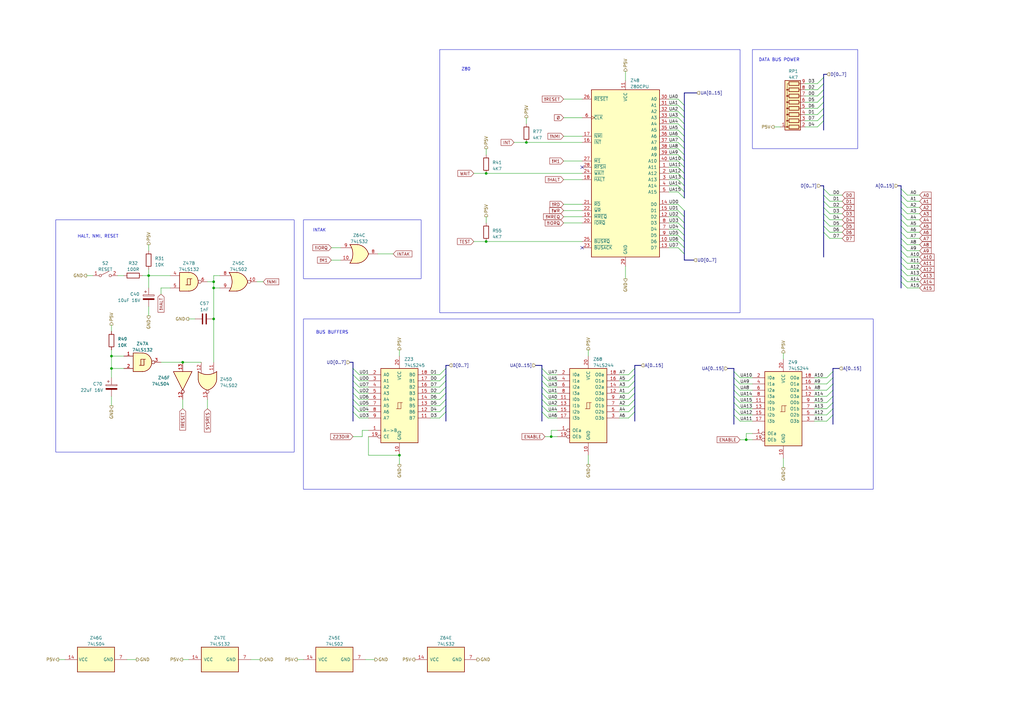
<source format=kicad_sch>
(kicad_sch (version 20221004) (generator eeschema)
  (paper "A3")
  (title_block (title "CPU and CPU Support"))
  (junction (at 226.06 179.07))
  (junction (at 45.72 151.13))
  (junction (at 87.63 130.81))
  (junction (at 199.39 99.06))
  (junction (at 199.39 71.12))
  (junction (at 87.63 115.57))
  (junction (at 306.07 180.34))
  (junction (at 215.9 58.42))
  (junction (at 45.72 146.05))
  (junction (at 74.93 148.59))
  (junction (at 60.96 113.03))
  (junction (at 87.63 118.11))
  (junction (at 163.83 186.69))
  (no_connect (at 238.76 68.58))
  (no_connect (at 238.76 101.6))
  (bus_entry (at 278.13 66.04) (size 2.54 2.54))
  (bus_entry (at 300.99 157.48) (size 2.54 2.54))
  (bus_entry (at 144.78 168.91) (size 2.54 2.54))
  (bus_entry (at 180.34 171.45) (size 2.54 -2.54))
  (bus_entry (at 180.34 161.29) (size 2.54 -2.54))
  (bus_entry (at 144.78 151.13) (size 2.54 2.54))
  (bus_entry (at 222.25 151.13) (size 2.54 2.54))
  (bus_entry (at 144.78 153.67) (size 2.54 2.54))
  (bus_entry (at 369.57 80.01) (size 2.54 2.54))
  (bus_entry (at 369.57 92.71) (size 2.54 2.54))
  (bus_entry (at 257.81 153.67) (size 2.54 -2.54))
  (bus_entry (at 278.13 43.18) (size 2.54 2.54))
  (bus_entry (at 278.13 40.64) (size 2.54 2.54))
  (bus_entry (at 300.99 160.02) (size 2.54 2.54))
  (bus_entry (at 337.82 80.01) (size 2.54 2.54))
  (bus_entry (at 278.13 99.06) (size 2.54 2.54))
  (bus_entry (at 278.13 60.96) (size 2.54 2.54))
  (bus_entry (at 257.81 158.75) (size 2.54 -2.54))
  (bus_entry (at 144.78 161.29) (size 2.54 2.54))
  (bus_entry (at 339.09 160.02) (size 2.54 -2.54))
  (bus_entry (at 300.99 152.4) (size 2.54 2.54))
  (bus_entry (at 278.13 71.12) (size 2.54 2.54))
  (bus_entry (at 222.25 158.75) (size 2.54 2.54))
  (bus_entry (at 257.81 168.91) (size 2.54 -2.54))
  (bus_entry (at 278.13 76.2) (size 2.54 2.54))
  (bus_entry (at 222.25 163.83) (size 2.54 2.54))
  (bus_entry (at 337.82 82.55) (size 2.54 2.54))
  (bus_entry (at 180.34 153.67) (size 2.54 -2.54))
  (bus_entry (at 369.57 85.09) (size 2.54 2.54))
  (bus_entry (at 369.57 105.41) (size 2.54 2.54))
  (bus_entry (at 257.81 156.21) (size 2.54 -2.54))
  (bus_entry (at 180.34 158.75) (size 2.54 -2.54))
  (bus_entry (at 369.57 115.57) (size 2.54 2.54))
  (bus_entry (at 369.57 107.95) (size 2.54 2.54))
  (bus_entry (at 335.28 36.83) (size 2.54 -2.54))
  (bus_entry (at 369.57 77.47) (size 2.54 2.54))
  (bus_entry (at 257.81 161.29) (size 2.54 -2.54))
  (bus_entry (at 339.09 157.48) (size 2.54 -2.54))
  (bus_entry (at 337.82 87.63) (size 2.54 2.54))
  (bus_entry (at 222.25 161.29) (size 2.54 2.54))
  (bus_entry (at 300.99 162.56) (size 2.54 2.54))
  (bus_entry (at 339.09 170.18) (size 2.54 -2.54))
  (bus_entry (at 339.09 165.1) (size 2.54 -2.54))
  (bus_entry (at 257.81 163.83) (size 2.54 -2.54))
  (bus_entry (at 335.28 34.29) (size 2.54 -2.54))
  (bus_entry (at 144.78 163.83) (size 2.54 2.54))
  (bus_entry (at 278.13 58.42) (size 2.54 2.54))
  (bus_entry (at 144.78 156.21) (size 2.54 2.54))
  (bus_entry (at 278.13 91.44) (size 2.54 2.54))
  (bus_entry (at 278.13 86.36) (size 2.54 2.54))
  (bus_entry (at 278.13 50.8) (size 2.54 2.54))
  (bus_entry (at 337.82 92.71) (size 2.54 2.54))
  (bus_entry (at 369.57 102.87) (size 2.54 2.54))
  (bus_entry (at 339.09 154.94) (size 2.54 -2.54))
  (bus_entry (at 339.09 167.64) (size 2.54 -2.54))
  (bus_entry (at 222.25 156.21) (size 2.54 2.54))
  (bus_entry (at 278.13 63.5) (size 2.54 2.54))
  (bus_entry (at 278.13 101.6) (size 2.54 2.54))
  (bus_entry (at 278.13 93.98) (size 2.54 2.54))
  (bus_entry (at 337.82 85.09) (size 2.54 2.54))
  (bus_entry (at 369.57 100.33) (size 2.54 2.54))
  (bus_entry (at 278.13 48.26) (size 2.54 2.54))
  (bus_entry (at 337.82 90.17) (size 2.54 2.54))
  (bus_entry (at 180.34 166.37) (size 2.54 -2.54))
  (bus_entry (at 369.57 82.55) (size 2.54 2.54))
  (bus_entry (at 369.57 87.63) (size 2.54 2.54))
  (bus_entry (at 300.99 167.64) (size 2.54 2.54))
  (bus_entry (at 369.57 110.49) (size 2.54 2.54))
  (bus_entry (at 335.28 49.53) (size 2.54 -2.54))
  (bus_entry (at 369.57 95.25) (size 2.54 2.54))
  (bus_entry (at 278.13 83.82) (size 2.54 2.54))
  (bus_entry (at 339.09 172.72) (size 2.54 -2.54))
  (bus_entry (at 369.57 90.17) (size 2.54 2.54))
  (bus_entry (at 337.82 77.47) (size 2.54 2.54))
  (bus_entry (at 257.81 171.45) (size 2.54 -2.54))
  (bus_entry (at 278.13 55.88) (size 2.54 2.54))
  (bus_entry (at 278.13 68.58) (size 2.54 2.54))
  (bus_entry (at 369.57 113.03) (size 2.54 2.54))
  (bus_entry (at 257.81 166.37) (size 2.54 -2.54))
  (bus_entry (at 222.25 153.67) (size 2.54 2.54))
  (bus_entry (at 278.13 78.74) (size 2.54 2.54))
  (bus_entry (at 144.78 166.37) (size 2.54 2.54))
  (bus_entry (at 335.28 44.45) (size 2.54 -2.54))
  (bus_entry (at 222.25 168.91) (size 2.54 2.54))
  (bus_entry (at 335.28 46.99) (size 2.54 -2.54))
  (bus_entry (at 180.34 163.83) (size 2.54 -2.54))
  (bus_entry (at 278.13 73.66) (size 2.54 2.54))
  (bus_entry (at 300.99 154.94) (size 2.54 2.54))
  (bus_entry (at 335.28 39.37) (size 2.54 -2.54))
  (bus_entry (at 278.13 96.52) (size 2.54 2.54))
  (bus_entry (at 335.28 41.91) (size 2.54 -2.54))
  (bus_entry (at 278.13 53.34) (size 2.54 2.54))
  (bus_entry (at 300.99 170.18) (size 2.54 2.54))
  (bus_entry (at 337.82 95.25) (size 2.54 2.54))
  (bus_entry (at 180.34 156.21) (size 2.54 -2.54))
  (bus_entry (at 180.34 168.91) (size 2.54 -2.54))
  (bus_entry (at 222.25 166.37) (size 2.54 2.54))
  (bus_entry (at 278.13 45.72) (size 2.54 2.54))
  (bus_entry (at 300.99 165.1) (size 2.54 2.54))
  (bus_entry (at 339.09 162.56) (size 2.54 -2.54))
  (bus_entry (at 278.13 88.9) (size 2.54 2.54))
  (bus_entry (at 369.57 97.79) (size 2.54 2.54))
  (bus_entry (at 144.78 158.75) (size 2.54 2.54))
  (bus_entry (at 335.28 52.07) (size 2.54 -2.54))
  (wire (pts (xy 372.11 97.79) (xy 377.19 97.79)))
  (wire (pts (xy 330.2 34.29) (xy 335.28 34.29)))
  (bus (pts (xy 280.67 53.34) (xy 280.67 55.88)))
  (bus (pts (xy 144.78 161.29) (xy 144.78 163.83)))
  (wire (pts (xy 66.04 148.59) (xy 74.93 148.59)))
  (bus (pts (xy 222.25 161.29) (xy 222.25 163.83)))
  (wire (pts (xy 48.26 113.03) (xy 50.8 113.03)))
  (wire (pts (xy 254 161.29) (xy 257.81 161.29)))
  (wire (pts (xy 147.32 163.83) (xy 151.13 163.83)))
  (bus (pts (xy 222.25 149.86) (xy 222.25 151.13)))
  (wire (pts (xy 199.39 99.06) (xy 238.76 99.06)))
  (bus (pts (xy 337.82 41.91) (xy 337.82 44.45)))
  (bus (pts (xy 336.55 76.2) (xy 337.82 76.2)))
  (wire (pts (xy 87.63 113.03) (xy 87.63 115.57)))
  (wire (pts (xy 372.11 92.71) (xy 377.19 92.71)))
  (wire (pts (xy 224.79 171.45) (xy 228.6 171.45)))
  (wire (pts (xy 87.63 130.81) (xy 87.63 148.59)))
  (wire (pts (xy 176.53 156.21) (xy 180.34 156.21)))
  (bus (pts (xy 143.51 148.59) (xy 144.78 148.59)))
  (wire (pts (xy 303.53 165.1) (xy 308.61 165.1)))
  (wire (pts (xy 330.2 36.83) (xy 335.28 36.83)))
  (bus (pts (xy 337.82 92.71) (xy 337.82 95.25)))
  (wire (pts (xy 231.14 73.66) (xy 238.76 73.66)))
  (wire (pts (xy 303.53 172.72) (xy 308.61 172.72)))
  (bus (pts (xy 280.67 91.44) (xy 280.67 93.98)))
  (bus (pts (xy 219.71 149.86) (xy 222.25 149.86)))
  (bus (pts (xy 144.78 148.59) (xy 144.78 151.13)))
  (bus (pts (xy 280.67 68.58) (xy 280.67 71.12)))
  (wire (pts (xy 274.32 43.18) (xy 278.13 43.18)))
  (wire (pts (xy 163.83 186.69) (xy 163.83 190.5)))
  (bus (pts (xy 280.67 78.74) (xy 280.67 81.28)))
  (wire (pts (xy 147.32 171.45) (xy 151.13 171.45)))
  (bus (pts (xy 337.82 46.99) (xy 337.82 49.53)))
  (wire (pts (xy 85.09 163.83) (xy 85.09 167.64)))
  (bus (pts (xy 222.25 158.75) (xy 222.25 161.29)))
  (bus (pts (xy 300.99 165.1) (xy 300.99 167.64)))
  (wire (pts (xy 176.53 161.29) (xy 180.34 161.29)))
  (wire (pts (xy 147.32 161.29) (xy 151.13 161.29)))
  (wire (pts (xy 274.32 93.98) (xy 278.13 93.98)))
  (wire (pts (xy 274.32 86.36) (xy 278.13 86.36)))
  (bus (pts (xy 144.78 163.83) (xy 144.78 166.37)))
  (wire (pts (xy 372.11 95.25) (xy 377.19 95.25)))
  (bus (pts (xy 300.99 160.02) (xy 300.99 162.56)))
  (wire (pts (xy 135.89 101.6) (xy 139.7 101.6)))
  (bus (pts (xy 222.25 166.37) (xy 222.25 168.91)))
  (bus (pts (xy 369.57 110.49) (xy 369.57 113.03)))
  (wire (pts (xy 176.53 158.75) (xy 180.34 158.75)))
  (wire (pts (xy 256.54 109.22) (xy 256.54 114.3)))
  (bus (pts (xy 337.82 30.48) (xy 337.82 31.75)))
  (wire (pts (xy 60.96 110.49) (xy 60.96 113.03)))
  (wire (pts (xy 35.56 113.03) (xy 38.1 113.03)))
  (wire (pts (xy 60.96 125.73) (xy 60.96 129.54)))
  (wire (pts (xy 372.11 100.33) (xy 377.19 100.33)))
  (bus (pts (xy 337.82 31.75) (xy 337.82 34.29)))
  (bus (pts (xy 344.17 151.13) (xy 341.63 151.13)))
  (bus (pts (xy 284.48 106.68) (xy 280.67 106.68)))
  (bus (pts (xy 144.78 168.91) (xy 144.78 172.72)))
  (wire (pts (xy 274.32 58.42) (xy 278.13 58.42)))
  (bus (pts (xy 280.67 63.5) (xy 280.67 66.04)))
  (wire (pts (xy 45.72 162.56) (xy 45.72 166.37)))
  (wire (pts (xy 274.32 78.74) (xy 278.13 78.74)))
  (bus (pts (xy 260.35 158.75) (xy 260.35 161.29)))
  (bus (pts (xy 280.67 66.04) (xy 280.67 68.58)))
  (wire (pts (xy 210.82 58.42) (xy 215.9 58.42)))
  (bus (pts (xy 280.67 58.42) (xy 280.67 60.96)))
  (wire (pts (xy 256.54 29.21) (xy 256.54 33.02)))
  (wire (pts (xy 224.79 168.91) (xy 228.6 168.91)))
  (wire (pts (xy 102.87 270.51) (xy 106.68 270.51)))
  (wire (pts (xy 215.9 58.42) (xy 238.76 58.42)))
  (wire (pts (xy 321.31 187.96) (xy 321.31 191.77)))
  (bus (pts (xy 341.63 154.94) (xy 341.63 157.48)))
  (wire (pts (xy 330.2 52.07) (xy 335.28 52.07)))
  (wire (pts (xy 340.36 80.01) (xy 345.44 80.01)))
  (wire (pts (xy 372.11 105.41) (xy 377.19 105.41)))
  (wire (pts (xy 274.32 55.88) (xy 278.13 55.88)))
  (bus (pts (xy 337.82 34.29) (xy 337.82 36.83)))
  (wire (pts (xy 147.32 158.75) (xy 151.13 158.75)))
  (wire (pts (xy 147.32 156.21) (xy 151.13 156.21)))
  (bus (pts (xy 182.88 168.91) (xy 182.88 172.72)))
  (wire (pts (xy 274.32 53.34) (xy 278.13 53.34)))
  (wire (pts (xy 224.79 156.21) (xy 228.6 156.21)))
  (bus (pts (xy 341.63 152.4) (xy 341.63 154.94)))
  (wire (pts (xy 77.47 130.81) (xy 80.01 130.81)))
  (bus (pts (xy 300.99 170.18) (xy 300.99 173.99)))
  (wire (pts (xy 176.53 168.91) (xy 180.34 168.91)))
  (bus (pts (xy 337.82 90.17) (xy 337.82 92.71)))
  (bus (pts (xy 337.82 36.83) (xy 337.82 39.37)))
  (wire (pts (xy 372.11 85.09) (xy 377.19 85.09)))
  (bus (pts (xy 182.88 149.86) (xy 182.88 151.13)))
  (bus (pts (xy 280.67 86.36) (xy 280.67 88.9)))
  (wire (pts (xy 151.13 176.53) (xy 148.59 176.53)))
  (bus (pts (xy 300.99 154.94) (xy 300.99 157.48)))
  (bus (pts (xy 262.89 149.86) (xy 260.35 149.86)))
  (wire (pts (xy 231.14 88.9) (xy 238.76 88.9)))
  (wire (pts (xy 274.32 60.96) (xy 278.13 60.96)))
  (wire (pts (xy 231.14 91.44) (xy 238.76 91.44)))
  (bus (pts (xy 337.82 49.53) (xy 337.82 53.34)))
  (bus (pts (xy 369.57 80.01) (xy 369.57 82.55)))
  (bus (pts (xy 337.82 87.63) (xy 337.82 90.17)))
  (wire (pts (xy 274.32 63.5) (xy 278.13 63.5)))
  (wire (pts (xy 334.01 170.18) (xy 339.09 170.18)))
  (bus (pts (xy 280.67 96.52) (xy 280.67 99.06)))
  (bus (pts (xy 182.88 156.21) (xy 182.88 158.75)))
  (wire (pts (xy 334.01 172.72) (xy 339.09 172.72)))
  (wire (pts (xy 194.31 71.12) (xy 199.39 71.12)))
  (wire (pts (xy 372.11 102.87) (xy 377.19 102.87)))
  (wire (pts (xy 176.53 163.83) (xy 180.34 163.83)))
  (bus (pts (xy 300.99 152.4) (xy 300.99 154.94)))
  (bus (pts (xy 341.63 162.56) (xy 341.63 165.1)))
  (wire (pts (xy 303.53 170.18) (xy 308.61 170.18)))
  (bus (pts (xy 337.82 85.09) (xy 337.82 87.63)))
  (wire (pts (xy 105.41 115.57) (xy 107.95 115.57)))
  (wire (pts (xy 226.06 179.07) (xy 228.6 179.07)))
  (wire (pts (xy 224.79 158.75) (xy 228.6 158.75)))
  (bus (pts (xy 300.99 162.56) (xy 300.99 165.1)))
  (wire (pts (xy 274.32 88.9) (xy 278.13 88.9)))
  (wire (pts (xy 87.63 118.11) (xy 90.17 118.11)))
  (bus (pts (xy 369.57 85.09) (xy 369.57 87.63)))
  (wire (pts (xy 317.5 52.07) (xy 320.04 52.07)))
  (wire (pts (xy 340.36 82.55) (xy 345.44 82.55)))
  (bus (pts (xy 369.57 95.25) (xy 369.57 97.79)))
  (wire (pts (xy 241.3 186.69) (xy 241.3 190.5)))
  (wire (pts (xy 60.96 100.33) (xy 60.96 102.87)))
  (bus (pts (xy 369.57 97.79) (xy 369.57 100.33)))
  (bus (pts (xy 260.35 166.37) (xy 260.35 168.91)))
  (wire (pts (xy 274.32 40.64) (xy 278.13 40.64)))
  (bus (pts (xy 260.35 161.29) (xy 260.35 163.83)))
  (wire (pts (xy 274.32 48.26) (xy 278.13 48.26)))
  (wire (pts (xy 231.14 66.04) (xy 238.76 66.04)))
  (bus (pts (xy 341.63 151.13) (xy 341.63 152.4)))
  (wire (pts (xy 372.11 80.01) (xy 377.19 80.01)))
  (wire (pts (xy 254 171.45) (xy 257.81 171.45)))
  (wire (pts (xy 87.63 115.57) (xy 85.09 115.57)))
  (bus (pts (xy 369.57 105.41) (xy 369.57 107.95)))
  (bus (pts (xy 369.57 90.17) (xy 369.57 92.71)))
  (bus (pts (xy 280.67 99.06) (xy 280.67 101.6)))
  (wire (pts (xy 274.32 50.8) (xy 278.13 50.8)))
  (bus (pts (xy 260.35 168.91) (xy 260.35 172.72)))
  (wire (pts (xy 45.72 146.05) (xy 45.72 151.13)))
  (wire (pts (xy 340.36 90.17) (xy 345.44 90.17)))
  (bus (pts (xy 280.67 104.14) (xy 280.67 106.68)))
  (wire (pts (xy 334.01 162.56) (xy 339.09 162.56)))
  (bus (pts (xy 260.35 153.67) (xy 260.35 156.21)))
  (wire (pts (xy 66.04 118.11) (xy 69.85 118.11)))
  (bus (pts (xy 222.25 163.83) (xy 222.25 166.37)))
  (bus (pts (xy 222.25 151.13) (xy 222.25 153.67)))
  (wire (pts (xy 154.94 104.14) (xy 161.29 104.14)))
  (bus (pts (xy 184.15 149.86) (xy 182.88 149.86)))
  (bus (pts (xy 144.78 156.21) (xy 144.78 158.75)))
  (bus (pts (xy 337.82 80.01) (xy 337.82 82.55)))
  (bus (pts (xy 280.67 76.2) (xy 280.67 78.74)))
  (wire (pts (xy 274.32 76.2) (xy 278.13 76.2)))
  (wire (pts (xy 45.72 151.13) (xy 50.8 151.13)))
  (wire (pts (xy 372.11 110.49) (xy 377.19 110.49)))
  (wire (pts (xy 274.32 101.6) (xy 278.13 101.6)))
  (wire (pts (xy 274.32 73.66) (xy 278.13 73.66)))
  (wire (pts (xy 147.32 166.37) (xy 151.13 166.37)))
  (wire (pts (xy 303.53 154.94) (xy 308.61 154.94)))
  (bus (pts (xy 280.67 55.88) (xy 280.67 58.42)))
  (wire (pts (xy 254 163.83) (xy 257.81 163.83)))
  (bus (pts (xy 280.67 38.1) (xy 280.67 43.18)))
  (bus (pts (xy 337.82 77.47) (xy 337.82 80.01)))
  (wire (pts (xy 330.2 41.91) (xy 335.28 41.91)))
  (wire (pts (xy 334.01 167.64) (xy 339.09 167.64)))
  (wire (pts (xy 224.79 163.83) (xy 228.6 163.83)))
  (bus (pts (xy 144.78 153.67) (xy 144.78 156.21)))
  (bus (pts (xy 144.78 151.13) (xy 144.78 153.67)))
  (wire (pts (xy 308.61 177.8) (xy 306.07 177.8)))
  (wire (pts (xy 254 168.91) (xy 257.81 168.91)))
  (wire (pts (xy 334.01 165.1) (xy 339.09 165.1)))
  (wire (pts (xy 306.07 177.8) (xy 306.07 180.34)))
  (bus (pts (xy 298.45 151.13) (xy 300.99 151.13)))
  (wire (pts (xy 330.2 44.45) (xy 335.28 44.45)))
  (bus (pts (xy 300.99 151.13) (xy 300.99 152.4)))
  (wire (pts (xy 148.59 176.53) (xy 148.59 179.07)))
  (wire (pts (xy 66.04 120.65) (xy 66.04 118.11)))
  (bus (pts (xy 280.67 73.66) (xy 280.67 76.2)))
  (wire (pts (xy 274.32 68.58) (xy 278.13 68.58)))
  (bus (pts (xy 280.67 43.18) (xy 280.67 45.72)))
  (bus (pts (xy 222.25 156.21) (xy 222.25 158.75)))
  (wire (pts (xy 372.11 113.03) (xy 377.19 113.03)))
  (wire (pts (xy 199.39 88.9) (xy 199.39 91.44)))
  (bus (pts (xy 280.67 71.12) (xy 280.67 73.66)))
  (wire (pts (xy 303.53 167.64) (xy 308.61 167.64)))
  (wire (pts (xy 52.07 270.51) (xy 55.88 270.51)))
  (bus (pts (xy 341.63 160.02) (xy 341.63 162.56)))
  (bus (pts (xy 337.82 39.37) (xy 337.82 41.91)))
  (wire (pts (xy 303.53 160.02) (xy 308.61 160.02)))
  (wire (pts (xy 87.63 118.11) (xy 87.63 130.81)))
  (bus (pts (xy 144.78 158.75) (xy 144.78 161.29)))
  (wire (pts (xy 274.32 83.82) (xy 278.13 83.82)))
  (wire (pts (xy 231.14 55.88) (xy 238.76 55.88)))
  (wire (pts (xy 147.32 153.67) (xy 151.13 153.67)))
  (wire (pts (xy 45.72 133.35) (xy 45.72 135.89)))
  (wire (pts (xy 274.32 45.72) (xy 278.13 45.72)))
  (wire (pts (xy 330.2 39.37) (xy 335.28 39.37)))
  (wire (pts (xy 60.96 113.03) (xy 60.96 118.11)))
  (wire (pts (xy 340.36 92.71) (xy 345.44 92.71)))
  (bus (pts (xy 369.57 100.33) (xy 369.57 102.87)))
  (bus (pts (xy 182.88 151.13) (xy 182.88 153.67)))
  (wire (pts (xy 199.39 60.96) (xy 199.39 63.5)))
  (wire (pts (xy 274.32 91.44) (xy 278.13 91.44)))
  (wire (pts (xy 372.11 82.55) (xy 377.19 82.55)))
  (bus (pts (xy 280.67 101.6) (xy 280.67 104.14)))
  (wire (pts (xy 372.11 90.17) (xy 377.19 90.17)))
  (wire (pts (xy 340.36 95.25) (xy 345.44 95.25)))
  (bus (pts (xy 341.63 165.1) (xy 341.63 167.64)))
  (wire (pts (xy 144.78 179.07) (xy 148.59 179.07)))
  (wire (pts (xy 306.07 180.34) (xy 308.61 180.34)))
  (wire (pts (xy 231.14 48.26) (xy 238.76 48.26)))
  (bus (pts (xy 280.67 48.26) (xy 280.67 50.8)))
  (wire (pts (xy 74.93 270.51) (xy 77.47 270.51)))
  (wire (pts (xy 231.14 40.64) (xy 238.76 40.64)))
  (wire (pts (xy 215.9 48.26) (xy 215.9 50.8)))
  (wire (pts (xy 274.32 96.52) (xy 278.13 96.52)))
  (bus (pts (xy 182.88 158.75) (xy 182.88 161.29)))
  (wire (pts (xy 45.72 151.13) (xy 45.72 154.94)))
  (bus (pts (xy 337.82 95.25) (xy 337.82 105.41)))
  (wire (pts (xy 224.79 161.29) (xy 228.6 161.29)))
  (bus (pts (xy 369.57 115.57) (xy 369.57 118.11)))
  (bus (pts (xy 260.35 149.86) (xy 260.35 151.13)))
  (bus (pts (xy 341.63 157.48) (xy 341.63 160.02)))
  (bus (pts (xy 182.88 163.83) (xy 182.88 166.37)))
  (wire (pts (xy 74.93 148.59) (xy 82.55 148.59)))
  (wire (pts (xy 340.36 87.63) (xy 345.44 87.63)))
  (wire (pts (xy 372.11 115.57) (xy 377.19 115.57)))
  (wire (pts (xy 334.01 160.02) (xy 339.09 160.02)))
  (bus (pts (xy 369.57 107.95) (xy 369.57 110.49)))
  (wire (pts (xy 90.17 113.03) (xy 87.63 113.03)))
  (bus (pts (xy 368.3 76.2) (xy 369.57 76.2)))
  (wire (pts (xy 231.14 86.36) (xy 238.76 86.36)))
  (bus (pts (xy 260.35 156.21) (xy 260.35 158.75)))
  (bus (pts (xy 339.09 30.48) (xy 337.82 30.48)))
  (bus (pts (xy 337.82 44.45) (xy 337.82 46.99)))
  (wire (pts (xy 87.63 115.57) (xy 87.63 118.11)))
  (bus (pts (xy 369.57 87.63) (xy 369.57 90.17)))
  (wire (pts (xy 330.2 49.53) (xy 335.28 49.53)))
  (wire (pts (xy 135.89 106.68) (xy 139.7 106.68)))
  (bus (pts (xy 337.82 82.55) (xy 337.82 85.09)))
  (bus (pts (xy 280.67 50.8) (xy 280.67 53.34)))
  (wire (pts (xy 241.3 143.51) (xy 241.3 146.05)))
  (bus (pts (xy 222.25 168.91) (xy 222.25 172.72)))
  (wire (pts (xy 149.86 270.51) (xy 153.67 270.51)))
  (bus (pts (xy 260.35 163.83) (xy 260.35 166.37)))
  (wire (pts (xy 226.06 176.53) (xy 226.06 179.07)))
  (wire (pts (xy 330.2 46.99) (xy 335.28 46.99)))
  (wire (pts (xy 334.01 154.94) (xy 339.09 154.94)))
  (wire (pts (xy 254 153.67) (xy 257.81 153.67)))
  (wire (pts (xy 372.11 87.63) (xy 377.19 87.63)))
  (wire (pts (xy 194.31 99.06) (xy 199.39 99.06)))
  (wire (pts (xy 199.39 71.12) (xy 238.76 71.12)))
  (wire (pts (xy 274.32 66.04) (xy 278.13 66.04)))
  (wire (pts (xy 254 156.21) (xy 257.81 156.21)))
  (wire (pts (xy 45.72 143.51) (xy 45.72 146.05)))
  (wire (pts (xy 372.11 118.11) (xy 377.19 118.11)))
  (wire (pts (xy 151.13 179.07) (xy 151.13 186.69)))
  (wire (pts (xy 60.96 113.03) (xy 69.85 113.03)))
  (wire (pts (xy 163.83 143.51) (xy 163.83 146.05)))
  (wire (pts (xy 151.13 186.69) (xy 163.83 186.69)))
  (bus (pts (xy 182.88 153.67) (xy 182.88 156.21)))
  (wire (pts (xy 321.31 144.78) (xy 321.31 147.32)))
  (bus (pts (xy 285.75 38.1) (xy 280.67 38.1)))
  (bus (pts (xy 144.78 166.37) (xy 144.78 168.91)))
  (bus (pts (xy 337.82 76.2) (xy 337.82 77.47)))
  (bus (pts (xy 182.88 161.29) (xy 182.88 163.83)))
  (wire (pts (xy 254 166.37) (xy 257.81 166.37)))
  (wire (pts (xy 24.13 270.51) (xy 26.67 270.51)))
  (bus (pts (xy 280.67 60.96) (xy 280.67 63.5)))
  (wire (pts (xy 334.01 157.48) (xy 339.09 157.48)))
  (bus (pts (xy 369.57 102.87) (xy 369.57 105.41)))
  (wire (pts (xy 176.53 153.67) (xy 180.34 153.67)))
  (wire (pts (xy 223.52 179.07) (xy 226.06 179.07)))
  (bus (pts (xy 280.67 45.72) (xy 280.67 48.26)))
  (bus (pts (xy 280.67 88.9) (xy 280.67 91.44)))
  (wire (pts (xy 231.14 83.82) (xy 238.76 83.82)))
  (wire (pts (xy 121.92 270.51) (xy 124.46 270.51)))
  (wire (pts (xy 303.53 180.34) (xy 306.07 180.34)))
  (bus (pts (xy 369.57 82.55) (xy 369.57 85.09)))
  (wire (pts (xy 372.11 107.95) (xy 377.19 107.95)))
  (wire (pts (xy 224.79 153.67) (xy 228.6 153.67)))
  (wire (pts (xy 303.53 157.48) (xy 308.61 157.48)))
  (bus (pts (xy 369.57 77.47) (xy 369.57 80.01)))
  (wire (pts (xy 254 158.75) (xy 257.81 158.75)))
  (wire (pts (xy 274.32 99.06) (xy 278.13 99.06)))
  (wire (pts (xy 340.36 97.79) (xy 345.44 97.79)))
  (wire (pts (xy 340.36 85.09) (xy 345.44 85.09)))
  (wire (pts (xy 303.53 162.56) (xy 308.61 162.56)))
  (bus (pts (xy 369.57 92.71) (xy 369.57 95.25)))
  (bus (pts (xy 369.57 113.03) (xy 369.57 115.57)))
  (bus (pts (xy 300.99 157.48) (xy 300.99 160.02)))
  (bus (pts (xy 280.67 93.98) (xy 280.67 96.52)))
  (bus (pts (xy 182.88 166.37) (xy 182.88 168.91)))
  (bus (pts (xy 300.99 167.64) (xy 300.99 170.18)))
  (bus (pts (xy 260.35 151.13) (xy 260.35 153.67)))
  (bus (pts (xy 222.25 153.67) (xy 222.25 156.21)))
  (wire (pts (xy 176.53 171.45) (xy 180.34 171.45)))
  (wire (pts (xy 45.72 146.05) (xy 50.8 146.05)))
  (wire (pts (xy 58.42 113.03) (xy 60.96 113.03)))
  (wire (pts (xy 74.93 163.83) (xy 74.93 167.64)))
  (bus (pts (xy 369.57 76.2) (xy 369.57 77.47)))
  (wire (pts (xy 274.32 71.12) (xy 278.13 71.12)))
  (wire (pts (xy 147.32 168.91) (xy 151.13 168.91)))
  (wire (pts (xy 228.6 176.53) (xy 226.06 176.53)))
  (wire (pts (xy 224.79 166.37) (xy 228.6 166.37)))
  (bus (pts (xy 341.63 170.18) (xy 341.63 173.99)))
  (wire (pts (xy 176.53 166.37) (xy 180.34 166.37)))
  (bus (pts (xy 341.63 167.64) (xy 341.63 170.18)))
  (rectangle (start 22.86 90.17) (end 120.65 185.42))
  (rectangle (start 124.46 90.17) (end 172.72 114.3))
  (rectangle (start 124.46 130.81) (end 358.14 200.66))
  (rectangle (start 180.34 20.32) (end 303.53 128.27))
  (rectangle (start 308.61 20.32) (end 351.79 60.96))
  (text "INTAK" (at 128.27 95.25 0) (effects (font (size 1.27 1.27)) (justify left bottom)))
  (text "DATA BUS POWER\n" (at 311.15 25.4 0) (effects (font (size 1.27 1.27)) (justify left bottom)))
  (text "Z80" (at 189.23 29.21 0) (effects (font (size 1.27 1.27)) (justify left bottom)))
  (text "HALT, NMI, RESET" (at 31.75 97.79 0) (effects (font (size 1.27 1.27)) (justify left bottom)))
  (text "BUS BUFFERS" (at 129.54 137.16 0) (effects (font (size 1.27 1.27)) (justify left bottom)))
  (label "A9" (at 334.01 157.48 0))
  (label "UD3" (at 274.32 91.44 0))
  (label "A7" (at 373.38 97.79 0))
  (label "D1" (at 331.47 46.99 0))
  (label "UA13" (at 303.53 167.64 0))
  (label "D7" (at 176.53 158.75 0))
  (label "UA3" (at 224.79 158.75 0))
  (label "D4" (at 331.47 52.07 0))
  (label "UD4" (at 274.32 93.98 0))
  (label "A6" (at 373.38 95.25 0))
  (label "A12" (at 334.01 170.18 0))
  (label "A13" (at 373.38 113.03 0))
  (label "UA8" (at 274.32 60.96 0))
  (label "D0" (at 176.53 156.21 0))
  (label "UD5" (at 147.32 166.37 0))
  (label "UA2" (at 224.79 166.37 0))
  (label "UA0" (at 224.79 163.83 0))
  (label "UA3" (at 274.32 48.26 0))
  (label "UA12" (at 274.32 71.12 0))
  (label "A11" (at 373.38 107.95 0))
  (label "D2" (at 331.47 36.83 0))
  (label "UD2" (at 274.32 88.9 0))
  (label "D1" (at 341.63 82.55 0))
  (label "D3" (at 176.53 171.45 0))
  (label "UD7" (at 147.32 158.75 0))
  (label "D5" (at 331.47 41.91 0))
  (label "A8" (at 334.01 160.02 0))
  (label "D6" (at 176.53 163.83 0))
  (label "UD1" (at 147.32 153.67 0))
  (label "A10" (at 334.01 154.94 0))
  (label "D3" (at 331.47 34.29 0))
  (label "UA15" (at 274.32 78.74 0))
  (label "UA11" (at 274.32 68.58 0))
  (label "UD0" (at 147.32 156.21 0))
  (label "UD5" (at 274.32 96.52 0))
  (label "UA1" (at 224.79 161.29 0))
  (label "UA9" (at 303.53 157.48 0))
  (label "A3" (at 373.38 87.63 0))
  (label "UA0" (at 274.32 40.64 0))
  (label "A4" (at 373.38 90.17 0))
  (label "D7" (at 341.63 97.79 0))
  (label "UA6" (at 274.32 55.88 0))
  (label "A14" (at 334.01 162.56 0))
  (label "UA5" (at 274.32 53.34 0))
  (label "UA10" (at 303.53 154.94 0))
  (label "UA4" (at 224.79 168.91 0))
  (label "D2" (at 176.53 161.29 0))
  (label "UD3" (at 147.32 171.45 0))
  (label "UA13" (at 274.32 73.66 0))
  (label "UA6" (at 224.79 171.45 0))
  (label "UA15" (at 303.53 165.1 0))
  (label "UD2" (at 147.32 161.29 0))
  (label "UA2" (at 274.32 45.72 0))
  (label "UA8" (at 303.53 160.02 0))
  (label "D5" (at 176.53 166.37 0))
  (label "D6" (at 341.63 95.25 0))
  (label "D5" (at 341.63 92.71 0))
  (label "UD7" (at 274.32 101.6 0))
  (label "D0" (at 331.47 39.37 0))
  (label "UA11" (at 303.53 172.72 0))
  (label "D7" (at 331.47 49.53 0))
  (label "A2" (at 373.38 85.09 0))
  (label "A9" (at 373.38 102.87 0))
  (label "A5" (at 254 156.21 0))
  (label "A14" (at 373.38 115.57 0))
  (label "A1" (at 373.38 82.55 0))
  (label "A1" (at 254 161.29 0))
  (label "UD6" (at 147.32 163.83 0))
  (label "A7" (at 254 153.67 0))
  (label "UA7" (at 224.79 153.67 0))
  (label "UA12" (at 303.53 170.18 0))
  (label "A6" (at 254 171.45 0))
  (label "UA14" (at 274.32 76.2 0))
  (label "D3" (at 341.63 87.63 0))
  (label "A12" (at 373.38 110.49 0))
  (label "UA5" (at 224.79 156.21 0))
  (label "A15" (at 373.38 118.11 0))
  (label "A11" (at 334.01 172.72 0))
  (label "D6" (at 331.47 44.45 0))
  (label "D4" (at 176.53 168.91 0))
  (label "A5" (at 373.38 92.71 0))
  (label "D2" (at 341.63 85.09 0))
  (label "UD1" (at 274.32 86.36 0))
  (label "UD4" (at 147.32 168.91 0))
  (label "A15" (at 334.01 165.1 0))
  (label "A13" (at 334.01 167.64 0))
  (label "D1" (at 176.53 153.67 0))
  (label "A0" (at 254 163.83 0))
  (label "UD6" (at 274.32 99.06 0))
  (label "UA1" (at 274.32 43.18 0))
  (label "A2" (at 254 166.37 0))
  (label "UD0" (at 274.32 83.82 0))
  (label "A0" (at 373.38 80.01 0))
  (label "A3" (at 254 158.75 0))
  (label "UA9" (at 274.32 63.5 0))
  (label "D0" (at 341.63 80.01 0))
  (label "UA14" (at 303.53 162.56 0))
  (label "UA10" (at 274.32 66.04 0))
  (label "D4" (at 341.63 90.17 0))
  (label "A8" (at 373.38 100.33 0))
  (label "UA4" (at 274.32 50.8 0))
  (label "A10" (at 373.38 105.41 0))
  (label "A4" (at 254 168.91 0))
  (label "UA7" (at 274.32 58.42 0))
  (global_label "A7" (shape input) (at 377.19 97.79 0) (property "Intersheetrefs" "${INTERSHEET_REFS}" (effects hide)))
  (global_label "INTAK" (shape input) (at 161.29 104.14 0) (property "Intersheetrefs" "${INTERSHEET_REFS}" (effects hide)))
  (global_label "TEST" (shape input) (at 194.31 99.06 180) (property "Intersheetrefs" "${INTERSHEET_REFS}" (effects hide)))
  (global_label "A15" (shape input) (at 377.19 118.11 0) (property "Intersheetrefs" "${INTERSHEET_REFS}" (effects hide)))
  (global_label "A13" (shape input) (at 377.19 113.03 0) (property "Intersheetrefs" "${INTERSHEET_REFS}" (effects hide)))
  (global_label "!M1" (shape input) (at 135.89 106.68 180) (property "Intersheetrefs" "${INTERSHEET_REFS}" (effects hide)))
  (global_label "Ø" (shape input) (at 231.14 48.26 180) (property "Intersheetrefs" "${INTERSHEET_REFS}" (effects hide)))
  (global_label "!RESET" (shape input) (at 74.93 167.64 270) (property "Intersheetrefs" "${INTERSHEET_REFS}" (effects hide)))
  (global_label "!MREQ" (shape input) (at 231.14 88.9 180) (property "Intersheetrefs" "${INTERSHEET_REFS}" (effects hide)))
  (global_label "!IORQ" (shape input) (at 231.14 91.44 180) (property "Intersheetrefs" "${INTERSHEET_REFS}" (effects hide)))
  (global_label "INT" (shape input) (at 210.82 58.42 180) (property "Intersheetrefs" "${INTERSHEET_REFS}" (effects hide)))
  (global_label "D7" (shape input) (at 345.44 97.79 0) (property "Intersheetrefs" "${INTERSHEET_REFS}" (effects hide)))
  (global_label "A3" (shape input) (at 377.19 87.63 0) (property "Intersheetrefs" "${INTERSHEET_REFS}" (effects hide)))
  (global_label "D3" (shape input) (at 345.44 87.63 0) (property "Intersheetrefs" "${INTERSHEET_REFS}" (effects hide)))
  (global_label "A6" (shape input) (at 377.19 95.25 0) (property "Intersheetrefs" "${INTERSHEET_REFS}" (effects hide)))
  (global_label "A12" (shape input) (at 377.19 110.49 0) (property "Intersheetrefs" "${INTERSHEET_REFS}" (effects hide)))
  (global_label "Z23DIR" (shape input) (at 144.78 179.07 180) (property "Intersheetrefs" "${INTERSHEET_REFS}" (effects hide)))
  (global_label "A14" (shape input) (at 377.19 115.57 0) (property "Intersheetrefs" "${INTERSHEET_REFS}" (effects hide)))
  (global_label "A11" (shape input) (at 377.19 107.95 0) (property "Intersheetrefs" "${INTERSHEET_REFS}" (effects hide)))
  (global_label "A0" (shape input) (at 377.19 80.01 0) (property "Intersheetrefs" "${INTERSHEET_REFS}" (effects hide)))
  (global_label "!RD" (shape input) (at 231.14 83.82 180) (property "Intersheetrefs" "${INTERSHEET_REFS}" (effects hide)))
  (global_label "A1" (shape input) (at 377.19 82.55 0) (property "Intersheetrefs" "${INTERSHEET_REFS}" (effects hide)))
  (global_label "D2" (shape input) (at 345.44 85.09 0) (property "Intersheetrefs" "${INTERSHEET_REFS}" (effects hide)))
  (global_label "A8" (shape input) (at 377.19 100.33 0) (property "Intersheetrefs" "${INTERSHEET_REFS}" (effects hide)))
  (global_label "ENABLE" (shape input) (at 223.52 179.07 180) (property "Intersheetrefs" "${INTERSHEET_REFS}" (effects hide)))
  (global_label "!IORQ" (shape input) (at 135.89 101.6 180) (property "Intersheetrefs" "${INTERSHEET_REFS}" (effects hide)))
  (global_label "D1" (shape input) (at 345.44 82.55 0) (property "Intersheetrefs" "${INTERSHEET_REFS}" (effects hide)))
  (global_label "A10" (shape input) (at 377.19 105.41 0) (property "Intersheetrefs" "${INTERSHEET_REFS}" (effects hide)))
  (global_label "A2" (shape input) (at 377.19 85.09 0) (property "Intersheetrefs" "${INTERSHEET_REFS}" (effects hide)))
  (global_label "A4" (shape input) (at 377.19 90.17 0) (property "Intersheetrefs" "${INTERSHEET_REFS}" (effects hide)))
  (global_label "D6" (shape input) (at 345.44 95.25 0) (property "Intersheetrefs" "${INTERSHEET_REFS}" (effects hide)))
  (global_label "!HALT" (shape input) (at 231.14 73.66 180) (property "Intersheetrefs" "${INTERSHEET_REFS}" (effects hide)))
  (global_label "!WR" (shape input) (at 231.14 86.36 180) (property "Intersheetrefs" "${INTERSHEET_REFS}" (effects hide)))
  (global_label "D4" (shape input) (at 345.44 90.17 0) (property "Intersheetrefs" "${INTERSHEET_REFS}" (effects hide)))
  (global_label "D5" (shape input) (at 345.44 92.71 0) (property "Intersheetrefs" "${INTERSHEET_REFS}" (effects hide)))
  (global_label "A9" (shape input) (at 377.19 102.87 0) (property "Intersheetrefs" "${INTERSHEET_REFS}" (effects hide)))
  (global_label "!NMI" (shape input) (at 107.95 115.57 0) (property "Intersheetrefs" "${INTERSHEET_REFS}" (effects hide)))
  (global_label "A5" (shape input) (at 377.19 92.71 0) (property "Intersheetrefs" "${INTERSHEET_REFS}" (effects hide)))
  (global_label "D0" (shape input) (at 345.44 80.01 0) (property "Intersheetrefs" "${INTERSHEET_REFS}" (effects hide)))
  (global_label "SYSRES" (shape input) (at 85.09 167.64 270) (property "Intersheetrefs" "${INTERSHEET_REFS}" (effects hide)))
  (global_label "!HALT" (shape input) (at 66.04 120.65 270) (property "Intersheetrefs" "${INTERSHEET_REFS}" (effects hide)))
  (global_label "!RESET" (shape input) (at 231.14 40.64 180) (property "Intersheetrefs" "${INTERSHEET_REFS}" (effects hide)))
  (global_label "!NMI" (shape input) (at 231.14 55.88 180) (property "Intersheetrefs" "${INTERSHEET_REFS}" (effects hide)))
  (global_label "ENABLE" (shape input) (at 303.53 180.34 180) (property "Intersheetrefs" "${INTERSHEET_REFS}" (effects hide)))
  (global_label "!M1" (shape input) (at 231.14 66.04 180) (property "Intersheetrefs" "${INTERSHEET_REFS}" (effects hide)))
  (global_label "WAIT" (shape input) (at 194.31 71.12 180) (property "Intersheetrefs" "${INTERSHEET_REFS}" (effects hide)))
  (hierarchical_label "D[0..7]" (shape input) (at 339.09 30.48 0))
  (hierarchical_label "P5V" (shape output) (at 321.31 144.78 90))
  (hierarchical_label "UA[0..15]" (shape input) (at 219.71 149.86 180))
  (hierarchical_label "P5V" (shape output) (at 170.18 270.51 180))
  (hierarchical_label "GND" (shape output) (at 77.47 130.81 180))
  (hierarchical_label "GND" (shape output) (at 153.67 270.51 0))
  (hierarchical_label "GND" (shape output) (at 256.54 114.3 270))
  (hierarchical_label "GND" (shape output) (at 55.88 270.51 0))
  (hierarchical_label "D[0..7]" (shape input) (at 336.55 76.2 180))
  (hierarchical_label "UD[0..7]" (shape input) (at 143.51 148.59 180))
  (hierarchical_label "GND" (shape output) (at 35.56 113.03 180))
  (hierarchical_label "A[0..15]" (shape input) (at 368.3 76.2 180))
  (hierarchical_label "GND" (shape output) (at 241.3 190.5 270))
  (hierarchical_label "UA[0..15]" (shape input) (at 285.75 38.1 0))
  (hierarchical_label "UA[0..15]" (shape input) (at 298.45 151.13 180))
  (hierarchical_label "A[0..15]" (shape input) (at 344.17 151.13 0))
  (hierarchical_label "GND" (shape output) (at 163.83 190.5 270))
  (hierarchical_label "GND" (shape output) (at 60.96 129.54 270))
  (hierarchical_label "GND" (shape output) (at 45.72 166.37 270))
  (hierarchical_label "P5V" (shape output) (at 163.83 143.51 90))
  (hierarchical_label "GND" (shape output) (at 195.58 270.51 0))
  (hierarchical_label "P5V" (shape output) (at 121.92 270.51 180))
  (hierarchical_label "GND" (shape output) (at 321.31 191.77 270))
  (hierarchical_label "UD[0..7]" (shape input) (at 284.48 106.68 0))
  (hierarchical_label "P5V" (shape output) (at 45.72 133.35 90))
  (hierarchical_label "P5V" (shape output) (at 215.9 48.26 90))
  (hierarchical_label "P5V" (shape output) (at 60.96 100.33 90))
  (hierarchical_label "P5V" (shape output) (at 74.93 270.51 180))
  (hierarchical_label "P5V" (shape output) (at 241.3 143.51 90))
  (hierarchical_label "P5V" (shape output) (at 256.54 29.21 90))
  (hierarchical_label "P5V" (shape output) (at 199.39 60.96 90))
  (hierarchical_label "P5V" (shape output) (at 24.13 270.51 180))
  (hierarchical_label "D[0..7]" (shape input) (at 184.15 149.86 0))
  (hierarchical_label "A[0..15]" (shape input) (at 262.89 149.86 0))
  (hierarchical_label "P5V" (shape output) (at 199.39 88.9 90))
  (hierarchical_label "GND" (shape output) (at 106.68 270.51 0))
  (hierarchical_label "P5V" (shape output) (at 317.5 52.07 180))
  (symbol (lib_id "74xx:74LS02") (at 137.16 270.51 90) (unit 5)
    (property "Reference" "Z45" (at 137.16 261.62 90))
    (property "Value" "74LS02" (at 137.16 264.16 90))
    (property "Footprint" "Package_DIP:DIP-14_W7.62mm" (effects hide))
    (property "Datasheet" "http://www.ti.com/lit/gpn/sn74ls02" (effects hide))
  )
  (symbol (lib_id "Device:R") (at 60.96 106.68 180) (unit 1)
    (property "Reference" "R31" (at 63.5 106.045 0) (effects (justify right)))
    (property "Value" "10K" (at 63.5 108.585 0) (effects (justify right)))
    (property "Footprint" "TRS80:Resistor 10.16mm" (effects hide))
  )
  (symbol (lib_id "Device:R_Network08") (at 325.12 41.91 90) (unit 1)
    (property "Reference" "RP1" (at 325.374 29.21 90))
    (property "Value" "4K7" (at 325.374 31.75 90))
    (property "Footprint" "Resistor_THT:R_Array_SIP9" (effects hide))
    (property "Datasheet" "http://www.vishay.com/docs/31509/csc.pdf" (effects hide))
  )
  (symbol (lib_id "Device:R") (at 54.61 113.03 90) (unit 1)
    (property "Reference" "R32" (at 54.61 107.95 90))
    (property "Value" "100R" (at 54.61 110.49 90))
    (property "Footprint" "TRS80:Resistor 10.16mm" (effects hide))
  )
  (symbol (lib_id "Device:C_Polarized") (at 45.72 158.75 0) (unit 1)
    (property "Reference" "C70" (at 38.1 157.48 0) (effects (justify left)))
    (property "Value" "22uF 16V" (at 33.02 160.02 0) (effects (justify left)))
    (property "Footprint" "Capacitor_THT:CP_Radial_D6.3mm_P2.50mm" (effects hide))
  )
  (symbol (lib_id "74xx:74LS244") (at 241.3 166.37 0) (unit 1)
    (property "Reference" "Z68" (at 243.2559 147.32 0) (effects (justify left)))
    (property "Value" "74LS244" (at 243.2559 149.86 0) (effects (justify left)))
    (property "Footprint" "Package_DIP:DIP-20_W7.62mm" (effects hide))
    (property "Datasheet" "http://www.ti.com/lit/ds/symlink/sn74ls244.pdf" (effects hide))
  )
  (symbol (lib_id "74xx:74LS02") (at 97.79 115.57 0) (unit 3)
    (property "Reference" "Z45" (at 97.79 107.95 0))
    (property "Value" "74LS02" (at 97.79 110.49 0))
    (property "Footprint" "Package_DIP:DIP-14_W7.62mm" (effects hide))
    (property "Datasheet" "http://www.ti.com/lit/gpn/sn74ls02" (effects hide))
  )
  (symbol (lib_id "Device:R") (at 45.72 139.7 180) (unit 1)
    (property "Reference" "R49" (at 48.26 139.065 0) (effects (justify right)))
    (property "Value" "10K" (at 48.26 141.605 0) (effects (justify right)))
    (property "Footprint" "TRS80:Resistor 10.16mm" (effects hide))
  )
  (symbol (lib_id "74xx:74LS32") (at 147.32 104.14 0) (unit 3)
    (property "Reference" "Z64" (at 147.32 96.52 0))
    (property "Value" "74LS32" (at 147.32 99.06 0))
    (property "Footprint" "Package_DIP:DIP-14_W7.62mm" (effects hide))
    (property "Datasheet" "http://www.ti.com/lit/gpn/sn74LS32" (effects hide))
  )
  (symbol (lib_id "74xx:74LS02") (at 85.09 156.21 270) (unit 4)
    (property "Reference" "Z45" (at 90.17 155.575 90) (effects (justify left)))
    (property "Value" "74LS02" (at 90.17 158.115 90) (effects (justify left)))
    (property "Footprint" "Package_DIP:DIP-14_W7.62mm" (effects hide))
    (property "Datasheet" "http://www.ti.com/lit/gpn/sn74ls02" (effects hide))
  )
  (symbol (lib_id "Switch:SW_SPST") (at 43.18 113.03 0) (unit 1)
    (property "Reference" "S2" (at 43.18 107.95 0))
    (property "Value" "RESET" (at 43.18 110.49 0))
    (property "Footprint" "TRS80:S2" (effects hide))
  )
  (symbol (lib_id "Device:C") (at 83.82 130.81 270) (unit 1)
    (property "Reference" "C57" (at 83.82 124.46 90))
    (property "Value" "1nF" (at 83.82 127 90))
    (property "Footprint" "TRS80:Ceramic Disc 2.5mm" (effects hide))
  )
  (symbol (lib_id "74xx:74LS132") (at 90.17 270.51 90) (unit 5)
    (property "Reference" "Z47" (at 90.17 261.62 90))
    (property "Value" "74LS132" (at 90.17 264.16 90))
    (property "Footprint" "Package_DIP:DIP-14_W7.62mm" (effects hide))
    (property "Datasheet" "http://www.ti.com/lit/gpn/sn74LS132" (effects hide))
  )
  (symbol (lib_id "Device:C_Polarized") (at 60.96 121.92 0) (unit 1)
    (property "Reference" "C40" (at 53.34 120.65 0) (effects (justify left)))
    (property "Value" "10uF 16V" (at 48.26 123.19 0) (effects (justify left)))
    (property "Footprint" "Capacitor_THT:CP_Radial_D4.0mm_P2.00mm" (effects hide))
  )
  (symbol (lib_id "74xx:74LS132") (at 77.47 115.57 0) (unit 2)
    (property "Reference" "Z47" (at 77.47 107.95 0))
    (property "Value" "74LS132" (at 77.47 110.49 0))
    (property "Footprint" "Package_DIP:DIP-14_W7.62mm" (effects hide))
    (property "Datasheet" "http://www.ti.com/lit/gpn/sn74LS132" (effects hide))
  )
  (symbol (lib_id "CPU:Z80CPU") (at 256.54 71.12 0) (unit 1)
    (property "Reference" "Z48" (at 258.4959 33.02 0) (effects (justify left)))
    (property "Value" "Z80CPU" (at 258.4959 35.56 0) (effects (justify left)))
    (property "Footprint" "Package_DIP:DIP-40_W15.24mm" (effects hide))
    (property "Datasheet" "www.zilog.com/manage_directlink.php?filepath=docs/z80/um0080" (effects hide))
  )
  (symbol (lib_id "74xx:74LS244") (at 321.31 167.64 0) (unit 1)
    (property "Reference" "Z49" (at 323.2659 148.59 0) (effects (justify left)))
    (property "Value" "74LS244" (at 323.2659 151.13 0) (effects (justify left)))
    (property "Footprint" "Package_DIP:DIP-20_W7.62mm" (effects hide))
    (property "Datasheet" "http://www.ti.com/lit/ds/symlink/sn74ls244.pdf" (effects hide))
  )
  (symbol (lib_id "Device:R") (at 199.39 67.31 0) (unit 1)
    (property "Reference" "R41" (at 201.93 66.675 0) (effects (justify left)))
    (property "Value" "4K7" (at 201.93 69.215 0) (effects (justify left)))
    (property "Footprint" "TRS80:Resistor 10.16mm" (effects hide))
  )
  (symbol (lib_id "Device:R") (at 215.9 54.61 0) (unit 1)
    (property "Reference" "R77" (at 218.44 53.975 0) (effects (justify left)))
    (property "Value" "4K7" (at 218.44 56.515 0) (effects (justify left)))
    (property "Footprint" "TRS80:Resistor 10.16mm" (effects hide))
  )
  (symbol (lib_id "74xx:74LS132") (at 58.42 148.59 0) (unit 1)
    (property "Reference" "Z47" (at 58.42 140.97 0))
    (property "Value" "74LS132" (at 58.42 143.51 0))
    (property "Footprint" "Package_DIP:DIP-14_W7.62mm" (effects hide))
    (property "Datasheet" "http://www.ti.com/lit/gpn/sn74LS132" (effects hide))
  )
  (symbol (lib_id "74xx:74LS04") (at 74.93 156.21 270) (unit 6)
    (property "Reference" "Z46" (at 64.77 154.94 90) (effects (justify left)))
    (property "Value" "74LS04" (at 62.23 157.48 90) (effects (justify left)))
    (property "Footprint" "Package_DIP:DIP-14_W7.62mm" (effects hide))
    (property "Datasheet" "http://www.ti.com/lit/gpn/sn74LS04" (effects hide))
  )
  (symbol (lib_id "74xx:74LS245") (at 163.83 166.37 0) (unit 1)
    (property "Reference" "Z23" (at 165.7859 147.32 0) (effects (justify left)))
    (property "Value" "74LS245" (at 165.7859 149.86 0) (effects (justify left)))
    (property "Footprint" "Package_DIP:DIP-20_W7.62mm" (effects hide))
    (property "Datasheet" "http://www.ti.com/lit/gpn/sn74LS245" (effects hide))
  )
  (symbol (lib_id "Device:R") (at 199.39 95.25 0) (unit 1)
    (property "Reference" "R55" (at 201.93 94.615 0) (effects (justify left)))
    (property "Value" "4K7" (at 201.93 97.155 0) (effects (justify left)))
    (property "Footprint" "TRS80:Resistor 10.16mm" (effects hide))
  )
  (symbol (lib_id "74xx:74LS32") (at 182.88 270.51 90) (unit 5)
    (property "Reference" "Z64" (at 182.88 261.62 90))
    (property "Value" "74LS32" (at 182.88 264.16 90))
    (property "Footprint" "Package_DIP:DIP-14_W7.62mm" (effects hide))
    (property "Datasheet" "http://www.ti.com/lit/gpn/sn74LS32" (effects hide))
  )
  (symbol (lib_id "74xx:74LS04") (at 39.37 270.51 90) (unit 7)
    (property "Reference" "Z46" (at 39.37 261.62 90))
    (property "Value" "74LS04" (at 39.37 264.16 90))
    (property "Footprint" "Package_DIP:DIP-14_W7.62mm" (effects hide))
    (property "Datasheet" "http://www.ti.com/lit/gpn/sn74LS04" (effects hide))
  )
)
</source>
